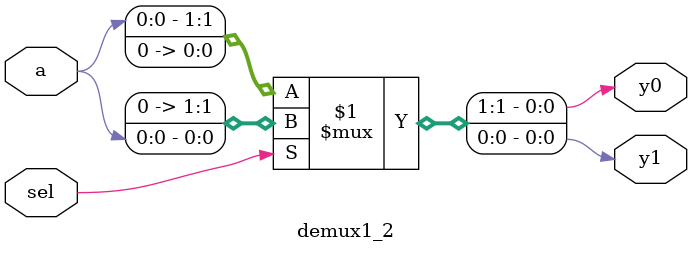
<source format=v>
/*
    1x2 Demux
    1 input, 1 select line, 2 outputs
*/
`timescale 1ns / 1ps
module demux1_2(
    input sel,
    input a,
    output y0, y1
    );
    assign {y0,y1} = sel ? {1'b0, a} : {a, 1'b0};
endmodule

</source>
